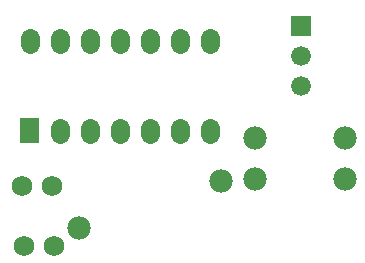
<source format=gbs>
G04 Layer: BottomSolderMaskLayer*
G04 EasyEDA v6.4.31, 2022-03-16 09:40:05*
G04 30f33cc809fd450ca7eb4ca7eccbfc45,10*
G04 Gerber Generator version 0.2*
G04 Scale: 100 percent, Rotated: No, Reflected: No *
G04 Dimensions in millimeters *
G04 leading zeros omitted , absolute positions ,4 integer and 5 decimal *
%FSLAX45Y45*%
%MOMM*%

%ADD20C,1.6016*%
%ADD22C,1.6764*%
%ADD23C,1.7526*%
%ADD24C,1.9812*%

%LPD*%
D20*
X1282700Y4558898D02*
G01*
X1282700Y4508898D01*
X1536700Y4558898D02*
G01*
X1536700Y4508898D01*
X1790700Y4558898D02*
G01*
X1790700Y4508898D01*
X2044700Y4558898D02*
G01*
X2044700Y4508898D01*
X2298700Y4558898D02*
G01*
X2298700Y4508898D01*
X2552700Y4558898D02*
G01*
X2552700Y4508898D01*
X1028700Y5320898D02*
G01*
X1028700Y5270898D01*
X1282700Y5320898D02*
G01*
X1282700Y5270898D01*
X1536700Y5320898D02*
G01*
X1536700Y5270898D01*
X1790700Y5320898D02*
G01*
X1790700Y5270898D01*
X2044700Y5320898D02*
G01*
X2044700Y5270898D01*
X2298700Y5320898D02*
G01*
X2298700Y5270898D01*
X2552700Y5320898D02*
G01*
X2552700Y5270898D01*
G36*
X3243579Y5339079D02*
G01*
X3243579Y5506720D01*
X3411220Y5506720D01*
X3411220Y5339079D01*
G37*
D22*
G01*
X3327400Y5168900D03*
G01*
X3327400Y4914900D03*
D23*
G01*
X965200Y4064000D03*
G01*
X1219200Y4064000D03*
G01*
X1231900Y3556000D03*
G01*
X977900Y3556000D03*
D24*
G01*
X3695700Y4470400D03*
G01*
X2933700Y4470400D03*
G01*
X3695700Y4127500D03*
G01*
X2933700Y4127500D03*
G01*
X2648620Y4107825D03*
G01*
X1440779Y3715374D03*
G36*
X948689Y4428744D02*
G01*
X948689Y4639055D01*
X1108710Y4639055D01*
X1108710Y4428744D01*
G37*
M02*

</source>
